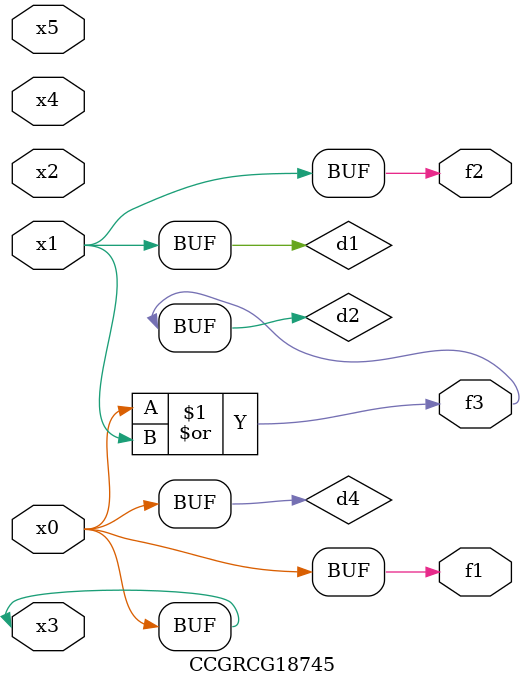
<source format=v>
module CCGRCG18745(
	input x0, x1, x2, x3, x4, x5,
	output f1, f2, f3
);

	wire d1, d2, d3, d4;

	and (d1, x1);
	or (d2, x0, x1);
	nand (d3, x0, x5);
	buf (d4, x0, x3);
	assign f1 = d4;
	assign f2 = d1;
	assign f3 = d2;
endmodule

</source>
